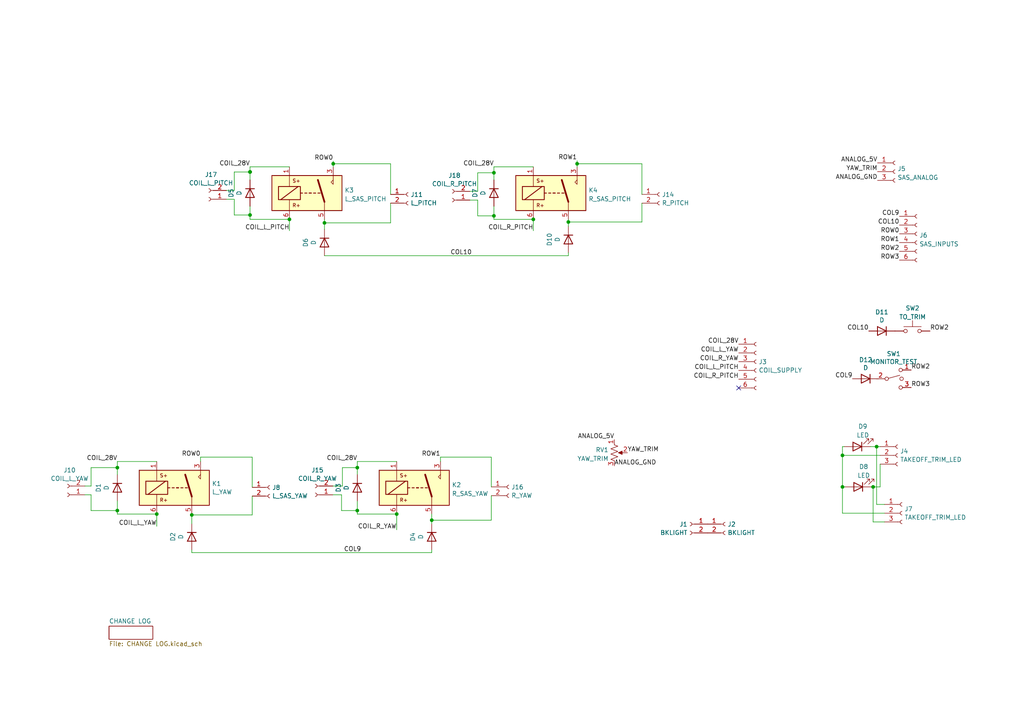
<source format=kicad_sch>
(kicad_sch (version 20230121) (generator eeschema)
  (paper "A4")
  (lib_symbols
    (symbol "Connector:Conn_01x02_Socket" (pin_names (offset 1.016) hide)
      (property "Reference" "J" (at 0 2.54 0))
      (property "Value" "Conn_01x02_Socket" (at 0 -5.08 0))
      (symbol "Conn_01x02_Socket_1_1"
        (arc (start 0 -2.032) (mid -0.5058 -2.54) (end 0 -3.048) (stroke (width 0.1524)))
        (polyline (pts (xy -1.27 -2.54) (xy -0.508 -2.54)) (stroke (width 0.1524)))
        (polyline (pts (xy -1.27 0) (xy -0.508 0)) (stroke (width 0.1524)))
        (arc (start 0 0.508) (mid -0.5058 0) (end 0 -0.508) (stroke (width 0.1524)))
        (pin passive line (at -5.08 0 0) (length 3.81) (name "Pin_1") (number "1"))
        (pin passive line (at -5.08 -2.54 0) (length 3.81) (name "Pin_2") (number "2"))
      )
    )
    (symbol "Connector:Conn_01x03_Female" (pin_names (offset 1.016) hide)
      (property "Reference" "J" (at 0 5.08 0))
      (property "Value" "Conn_01x03_Female" (at 0 -5.08 0))
      (symbol "Conn_01x03_Female_1_1"
        (arc (start 0 -2.032) (mid -0.5058 -2.54) (end 0 -3.048) (stroke (width 0.1524)))
        (polyline (pts (xy -1.27 -2.54) (xy -0.508 -2.54)) (stroke (width 0.1524)))
        (polyline (pts (xy -1.27 0) (xy -0.508 0)) (stroke (width 0.1524)))
        (polyline (pts (xy -1.27 2.54) (xy -0.508 2.54)) (stroke (width 0.1524)))
        (arc (start 0 0.508) (mid -0.5058 0) (end 0 -0.508) (stroke (width 0.1524)))
        (arc (start 0 3.048) (mid -0.5058 2.54) (end 0 2.032) (stroke (width 0.1524)))
        (pin passive line (at -5.08 2.54 0) (length 3.81) (name "Pin_1") (number "1"))
        (pin passive line (at -5.08 0 0) (length 3.81) (name "Pin_2") (number "2"))
        (pin passive line (at -5.08 -2.54 0) (length 3.81) (name "Pin_3") (number "3"))
      )
    )
    (symbol "Connector:Conn_01x06_Female" (pin_names (offset 1.016) hide)
      (property "Reference" "J" (at 0 7.62 0))
      (property "Value" "Conn_01x06_Female" (at 0 -10.16 0))
      (symbol "Conn_01x06_Female_1_1"
        (arc (start 0 -7.112) (mid -0.5058 -7.62) (end 0 -8.128) (stroke (width 0.1524)))
        (arc (start 0 -4.572) (mid -0.5058 -5.08) (end 0 -5.588) (stroke (width 0.1524)))
        (arc (start 0 -2.032) (mid -0.5058 -2.54) (end 0 -3.048) (stroke (width 0.1524)))
        (polyline (pts (xy -1.27 -7.62) (xy -0.508 -7.62)) (stroke (width 0.1524)))
        (polyline (pts (xy -1.27 -5.08) (xy -0.508 -5.08)) (stroke (width 0.1524)))
        (polyline (pts (xy -1.27 -2.54) (xy -0.508 -2.54)) (stroke (width 0.1524)))
        (polyline (pts (xy -1.27 0) (xy -0.508 0)) (stroke (width 0.1524)))
        (polyline (pts (xy -1.27 2.54) (xy -0.508 2.54)) (stroke (width 0.1524)))
        (polyline (pts (xy -1.27 5.08) (xy -0.508 5.08)) (stroke (width 0.1524)))
        (arc (start 0 0.508) (mid -0.5058 0) (end 0 -0.508) (stroke (width 0.1524)))
        (arc (start 0 3.048) (mid -0.5058 2.54) (end 0 2.032) (stroke (width 0.1524)))
        (arc (start 0 5.588) (mid -0.5058 5.08) (end 0 4.572) (stroke (width 0.1524)))
        (pin passive line (at -5.08 5.08 0) (length 3.81) (name "Pin_1") (number "1"))
        (pin passive line (at -5.08 2.54 0) (length 3.81) (name "Pin_2") (number "2"))
        (pin passive line (at -5.08 0 0) (length 3.81) (name "Pin_3") (number "3"))
        (pin passive line (at -5.08 -2.54 0) (length 3.81) (name "Pin_4") (number "4"))
        (pin passive line (at -5.08 -5.08 0) (length 3.81) (name "Pin_5") (number "5"))
        (pin passive line (at -5.08 -7.62 0) (length 3.81) (name "Pin_6") (number "6"))
      )
    )
    (symbol "Device:D" (pin_numbers hide) (pin_names (offset 1.016) hide)
      (property "Reference" "D" (at 0 2.54 0))
      (property "Value" "D" (at 0 -2.54 0))
      (symbol "D_0_1"
        (polyline (pts (xy -1.27 1.27) (xy -1.27 -1.27)) (stroke (width 0.254)))
        (polyline (pts (xy 1.27 0) (xy -1.27 0)))
        (polyline (pts (xy 1.27 1.27) (xy 1.27 -1.27) (xy -1.27 0) (xy 1.27 1.27)) (stroke (width 0.254)))
      )
      (symbol "D_1_1"
        (pin passive line (at -3.81 0 0) (length 2.54) (name "K") (number "1"))
        (pin passive line (at 3.81 0 180) (length 2.54) (name "A") (number "2"))
      )
    )
    (symbol "Device:LED" (pin_numbers hide) (pin_names (offset 1.016) hide)
      (property "Reference" "D" (at 0 2.54 0))
      (property "Value" "LED" (at 0 -2.54 0))
      (symbol "LED_0_1"
        (polyline (pts (xy -1.27 -1.27) (xy -1.27 1.27)) (stroke (width 0.254)))
        (polyline (pts (xy -1.27 0) (xy 1.27 0)))
        (polyline (pts (xy 1.27 -1.27) (xy 1.27 1.27) (xy -1.27 0) (xy 1.27 -1.27)) (stroke (width 0.254)))
        (polyline (pts (xy -3.048 -0.762) (xy -4.572 -2.286) (xy -3.81 -2.286) (xy -4.572 -2.286) (xy -4.572 -1.524)))
        (polyline (pts (xy -1.778 -0.762) (xy -3.302 -2.286) (xy -2.54 -2.286) (xy -3.302 -2.286) (xy -3.302 -1.524)))
      )
      (symbol "LED_1_1"
        (pin passive line (at -3.81 0 0) (length 2.54) (name "K") (number "1"))
        (pin passive line (at 3.81 0 180) (length 2.54) (name "A") (number "2"))
      )
    )
    (symbol "Device:R_Potentiometer_US" (pin_names (offset 1.016) hide)
      (property "Reference" "RV" (at -4.445 0 90))
      (property "Value" "R_Potentiometer_US" (at -2.54 0 90))
      (symbol "R_Potentiometer_US_0_1"
        (polyline (pts (xy 0 -2.286) (xy 0 -2.54)))
        (polyline (pts (xy 0 2.54) (xy 0 2.286)))
        (polyline (pts (xy 2.54 0) (xy 1.524 0)))
        (polyline (pts (xy 1.143 0) (xy 2.286 0.508) (xy 2.286 -0.508) (xy 1.143 0)) (fill (type outline)))
        (polyline (pts (xy 0 -0.762) (xy 1.016 -1.143) (xy 0 -1.524) (xy -1.016 -1.905) (xy 0 -2.286)))
        (polyline (pts (xy 0 0.762) (xy 1.016 0.381) (xy 0 0) (xy -1.016 -0.381) (xy 0 -0.762)))
        (polyline (pts (xy 0 2.286) (xy 1.016 1.905) (xy 0 1.524) (xy -1.016 1.143) (xy 0 0.762)))
      )
      (symbol "R_Potentiometer_US_1_1"
        (pin passive line (at 0 3.81 270) (length 1.27) (name "1") (number "1"))
        (pin passive line (at 3.81 0 180) (length 1.27) (name "2") (number "2"))
        (pin passive line (at 0 -3.81 90) (length 1.27) (name "3") (number "3"))
      )
    )
    (symbol "Relay:ADW11"
      (property "Reference" "K" (at 11.43 3.81 0))
      (property "Value" "ADW11" (at 13.97 1.27 0))
      (symbol "ADW11_1_1"
        (rectangle (start -10.16 5.08) (end 10.16 -5.08) (stroke (width 0.254)) (fill (type background)))
        (rectangle (start -8.255 1.905) (end -1.905 -1.905) (stroke (width 0.254)))
        (polyline (pts (xy -7.62 -1.905) (xy -2.54 1.905)) (stroke (width 0.254)))
        (polyline (pts (xy -5.08 -5.08) (xy -5.08 -1.905)))
        (polyline (pts (xy -5.08 5.08) (xy -5.08 1.905)))
        (polyline (pts (xy -1.905 0) (xy -1.27 0)) (stroke (width 0.254)))
        (polyline (pts (xy -0.635 0) (xy 0 0)) (stroke (width 0.254)))
        (polyline (pts (xy 0.635 0) (xy 1.27 0)) (stroke (width 0.254)))
        (polyline (pts (xy 0.635 0) (xy 1.27 0)) (stroke (width 0.254)))
        (polyline (pts (xy 1.905 0) (xy 2.54 0)) (stroke (width 0.254)))
        (polyline (pts (xy 3.175 0) (xy 3.81 0)) (stroke (width 0.254)))
        (polyline (pts (xy 5.08 -2.54) (xy 3.175 3.81)) (stroke (width 0.508)))
        (polyline (pts (xy 5.08 -2.54) (xy 5.08 -5.08)))
        (polyline (pts (xy 7.62 3.81) (xy 7.62 5.08)))
        (polyline (pts (xy 7.62 3.81) (xy 7.62 2.54) (xy 6.985 3.175) (xy 7.62 3.81)))
        (text "R+" (at -3.048 -3.556 0) (effects (font (size 1.016 1.016))))
        (text "S+" (at -3.048 3.556 0) (effects (font (size 1.016 1.016))))
        (pin passive line (at -5.08 7.62 270) (length 2.54) (name "~") (number "1"))
        (pin passive line (at 7.62 7.62 270) (length 2.54) (name "~") (number "3"))
        (pin passive line (at 5.08 -7.62 90) (length 2.54) (name "~") (number "5"))
        (pin passive line (at -5.08 -7.62 90) (length 2.54) (name "~") (number "6"))
      )
    )
    (symbol "Switch:SW_Push" (pin_numbers hide) (pin_names (offset 1.016) hide)
      (property "Reference" "SW" (at 1.27 2.54 0))
      (property "Value" "SW_Push" (at 0 -1.524 0))
      (symbol "SW_Push_0_1"
        (circle (center -2.032 0) (radius 0.508))
        (polyline (pts (xy 0 1.27) (xy 0 3.048)))
        (polyline (pts (xy 2.54 1.27) (xy -2.54 1.27)))
        (circle (center 2.032 0) (radius 0.508))
        (pin passive line (at -5.08 0 0) (length 2.54) (name "1") (number "1"))
        (pin passive line (at 5.08 0 180) (length 2.54) (name "2") (number "2"))
      )
    )
    (symbol "Switch:SW_SPDT_MSM" (pin_names (offset 0) hide)
      (property "Reference" "SW" (at 0 5.08 0))
      (property "Value" "SW_SPDT_MSM" (at 0 -5.08 0))
      (symbol "SW_SPDT_MSM_0_0"
        (circle (center -2.032 0) (radius 0.508))
        (polyline (pts (xy -1.524 0.127) (xy 1.778 1.016)))
        (circle (center 2.032 -2.54) (radius 0.508))
      )
      (symbol "SW_SPDT_MSM_0_1"
        (circle (center 2.032 2.54) (radius 0.508))
        (circle (center 2.286 0) (radius 0.508))
      )
      (symbol "SW_SPDT_MSM_1_1"
        (pin passive line (at 5.08 2.54 180) (length 2.54) (name "1") (number "1"))
        (pin passive line (at -5.08 0 0) (length 2.54) (name "2") (number "2"))
        (pin passive line (at 5.08 -2.54 180) (length 2.54) (name "3") (number "3"))
      )
    )
  )
  (junction (at 125.222 150.876))
  (junction (at 254.254 129.54))
  (junction (at 94.107 64.643))
  (junction (at 164.846 64.389))
  (junction (at 34.036 148.082))
  (junction (at 253.238 141.224))
  (junction (at 72.517 49.8602))
  (junction (at 244.348 132.08))
  (junction (at 103.632 135.636))
  (junction (at 143.256 62.611))
  (junction (at 103.632 148.082))
  (junction (at 244.348 141.224))
  (junction (at 55.626 149.352))
  (junction (at 96.647 47.498))
  (junction (at 83.947 63.627))
  (junction (at 115.062 149.098))
  (junction (at 34.036 135.636))
  (junction (at 72.517 62.357))
  (junction (at 45.466 149.098))
  (junction (at 72.517 49.8856))
  (junction (at 143.256 50.1142))
  (junction (at 167.386 47.498))
  (junction (at 154.686 63.627))
  (no_connect (at 214.249 112.522))
  (wire (pts (xy 253.238 141.224) (xy 253.238 151.384)))
  (wire (pts (xy 138.557 50.1142) (xy 138.557 55.499)))
  (wire (pts (xy 113.284 64.643) (xy 113.284 58.928)))
  (wire (pts (xy 67.945 62.357) (xy 72.517 62.357)))
  (wire (pts (xy 96.52 143.51) (xy 99.06 143.51)))
  (wire (pts (xy 34.036 135.636) (xy 26.416 135.636)))
  (wire (pts (xy 136.271 55.499) (xy 138.557 55.499)))
  (wire (pts (xy 99.06 148.082) (xy 103.632 148.082)))
  (wire (pts (xy 115.062 149.098) (xy 115.062 153.67)))
  (wire (pts (xy 65.659 57.785) (xy 67.945 57.785)))
  (wire (pts (xy 26.416 148.082) (xy 34.036 148.082)))
  (wire (pts (xy 83.947 63.627) (xy 83.947 66.929)))
  (wire (pts (xy 72.517 48.387) (xy 72.517 49.8602)))
  (wire (pts (xy 72.517 49.8856) (xy 72.517 52.197)))
  (wire (pts (xy 254.254 129.54) (xy 254.254 146.304)))
  (wire (pts (xy 143.256 48.387) (xy 143.256 50.1142)))
  (wire (pts (xy 127.762 132.588) (xy 142.494 132.588)))
  (wire (pts (xy 164.846 64.389) (xy 186.182 64.389)))
  (wire (pts (xy 96.647 46.736) (xy 96.647 47.498)))
  (wire (pts (xy 138.557 58.039) (xy 138.557 62.611)))
  (wire (pts (xy 115.062 133.858) (xy 103.632 133.858)))
  (wire (pts (xy 244.348 129.54) (xy 244.348 132.08)))
  (wire (pts (xy 55.626 149.352) (xy 55.626 149.098)))
  (wire (pts (xy 143.256 50.1142) (xy 138.557 50.1142)))
  (wire (pts (xy 127.762 132.588) (xy 127.762 133.858)))
  (wire (pts (xy 143.256 62.611) (xy 143.256 59.817)))
  (wire (pts (xy 125.222 150.876) (xy 125.222 151.892)))
  (wire (pts (xy 96.647 47.498) (xy 96.647 48.387)))
  (wire (pts (xy 67.945 57.785) (xy 67.945 62.357)))
  (wire (pts (xy 125.222 149.098) (xy 125.222 150.876)))
  (wire (pts (xy 55.626 151.892) (xy 55.626 149.352)))
  (wire (pts (xy 244.348 148.844) (xy 244.348 141.224)))
  (wire (pts (xy 164.846 73.279) (xy 164.846 74.168)))
  (wire (pts (xy 164.846 64.389) (xy 164.846 65.659)))
  (wire (pts (xy 94.107 63.627) (xy 94.107 64.643)))
  (wire (pts (xy 58.166 132.588) (xy 58.166 133.858)))
  (wire (pts (xy 252.476 129.54) (xy 254.254 129.54)))
  (wire (pts (xy 113.284 56.388) (xy 113.284 47.498)))
  (wire (pts (xy 73.152 143.891) (xy 73.152 149.352)))
  (wire (pts (xy 99.06 143.51) (xy 99.06 148.082)))
  (wire (pts (xy 143.256 63.627) (xy 143.256 62.611)))
  (wire (pts (xy 103.632 149.098) (xy 103.632 148.082)))
  (wire (pts (xy 255.27 134.62) (xy 255.27 141.224)))
  (wire (pts (xy 167.386 47.498) (xy 167.386 48.387)))
  (wire (pts (xy 99.314 135.636) (xy 103.632 135.636)))
  (wire (pts (xy 125.222 159.512) (xy 125.222 160.274)))
  (wire (pts (xy 94.107 64.643) (xy 113.284 64.643)))
  (wire (pts (xy 99.314 135.636) (xy 99.314 140.97)))
  (wire (pts (xy 186.182 47.498) (xy 167.386 47.498)))
  (wire (pts (xy 253.238 141.224) (xy 252.73 141.224)))
  (wire (pts (xy 72.5424 49.8602) (xy 72.517 49.8602)))
  (wire (pts (xy 142.494 143.764) (xy 142.494 150.876)))
  (wire (pts (xy 73.152 132.588) (xy 73.152 141.351)))
  (wire (pts (xy 26.416 140.97) (xy 24.638 140.97)))
  (wire (pts (xy 34.036 135.636) (xy 34.036 137.668)))
  (wire (pts (xy 244.348 141.224) (xy 245.11 141.224)))
  (wire (pts (xy 34.036 148.082) (xy 34.036 145.288)))
  (wire (pts (xy 103.632 148.082) (xy 103.632 145.288)))
  (wire (pts (xy 34.036 133.858) (xy 34.036 135.636)))
  (wire (pts (xy 186.182 64.389) (xy 186.182 58.928)))
  (wire (pts (xy 83.947 48.387) (xy 72.517 48.387)))
  (wire (pts (xy 26.416 135.636) (xy 26.416 140.97)))
  (wire (pts (xy 103.632 133.858) (xy 103.632 135.636)))
  (wire (pts (xy 34.036 149.098) (xy 34.036 148.082)))
  (wire (pts (xy 83.947 63.627) (xy 72.517 63.627)))
  (wire (pts (xy 24.638 143.51) (xy 26.416 143.51)))
  (wire (pts (xy 55.626 149.352) (xy 73.152 149.352)))
  (wire (pts (xy 244.348 129.54) (xy 244.856 129.54)))
  (wire (pts (xy 45.466 149.098) (xy 45.466 152.654)))
  (wire (pts (xy 96.52 140.97) (xy 99.314 140.97)))
  (wire (pts (xy 72.517 63.627) (xy 72.517 62.357)))
  (wire (pts (xy 244.348 132.08) (xy 255.27 132.08)))
  (wire (pts (xy 72.517 49.8856) (xy 72.517 49.8602)))
  (wire (pts (xy 254.254 146.304) (xy 256.54 146.304)))
  (wire (pts (xy 255.27 141.224) (xy 253.238 141.224)))
  (wire (pts (xy 254.254 129.54) (xy 255.27 129.54)))
  (wire (pts (xy 138.557 62.611) (xy 143.256 62.611)))
  (wire (pts (xy 164.846 63.627) (xy 164.846 64.389)))
  (wire (pts (xy 154.686 63.627) (xy 154.686 66.929)))
  (wire (pts (xy 94.107 74.168) (xy 164.846 74.168)))
  (wire (pts (xy 115.062 149.098) (xy 103.632 149.098)))
  (wire (pts (xy 26.416 143.51) (xy 26.416 148.082)))
  (wire (pts (xy 67.945 49.8856) (xy 67.945 55.245)))
  (wire (pts (xy 142.494 132.588) (xy 142.494 141.224)))
  (wire (pts (xy 72.517 62.357) (xy 72.517 59.817)))
  (wire (pts (xy 186.182 56.388) (xy 186.182 47.498)))
  (wire (pts (xy 58.166 132.588) (xy 73.152 132.588)))
  (wire (pts (xy 154.686 48.387) (xy 143.256 48.387)))
  (wire (pts (xy 244.348 132.08) (xy 244.348 141.224)))
  (wire (pts (xy 142.494 150.876) (xy 125.222 150.876)))
  (wire (pts (xy 253.238 151.384) (xy 256.54 151.384)))
  (wire (pts (xy 254.889 109.855) (xy 254.127 109.855)))
  (wire (pts (xy 45.466 133.858) (xy 34.036 133.858)))
  (wire (pts (xy 67.945 49.8856) (xy 72.517 49.8856)))
  (wire (pts (xy 65.659 55.245) (xy 67.945 55.245)))
  (wire (pts (xy 45.466 149.098) (xy 34.036 149.098)))
  (wire (pts (xy 55.626 160.274) (xy 125.222 160.274)))
  (wire (pts (xy 143.2814 50.1142) (xy 143.256 50.1142)))
  (wire (pts (xy 55.626 160.274) (xy 55.626 159.512)))
  (wire (pts (xy 154.686 63.627) (xy 143.256 63.627)))
  (wire (pts (xy 103.632 135.636) (xy 103.632 137.668)))
  (wire (pts (xy 256.54 148.844) (xy 244.348 148.844)))
  (wire (pts (xy 143.256 50.1142) (xy 143.256 52.197)))
  (wire (pts (xy 167.386 46.609) (xy 167.386 47.498)))
  (wire (pts (xy 113.284 47.498) (xy 96.647 47.498)))
  (wire (pts (xy 136.271 58.039) (xy 138.557 58.039)))
  (wire (pts (xy 94.107 64.643) (xy 94.107 66.548)))
  (label "COIL_R_YAW" (at 214.249 104.902 180))
  (label "ROW3" (at 260.858 75.438 180))
  (label "COIL_L_PITCH" (at 83.947 66.929 180))
  (label "COIL_28V" (at 103.632 133.858 180))
  (label "ROW2" (at 269.748 96.012 0))
  (label "COIL_L_YAW" (at 214.249 102.362 180))
  (label "ROW0" (at 96.647 46.736 180))
  (label "COL10" (at 251.968 96.012 180))
  (label "COL10" (at 136.8806 74.168 180))
  (label "ANALOG_5V" (at 254.508 47.244 180))
  (label "YAW_TRIM" (at 254.508 49.784 180))
  (label "ROW1" (at 127.762 132.588 180))
  (label "ROW0" (at 260.858 67.818 180))
  (label "COIL_28V" (at 34.036 133.858 180))
  (label "ROW0" (at 58.166 132.588 180))
  (label "ROW1" (at 167.386 46.609 180))
  (label "ANALOG_GND" (at 178.181 135.128 0))
  (label "COIL_R_PITCH" (at 214.249 109.982 180))
  (label "ROW2" (at 260.858 72.898 180))
  (label "ROW1" (at 260.858 70.358 180))
  (label "ROW2" (at 264.287 107.315 0))
  (label "COIL_28V" (at 143.256 48.387 180))
  (label "ROW3" (at 264.287 112.395 0))
  (label "COIL_28V" (at 72.517 48.387 180))
  (label "COL9" (at 247.269 109.855 180))
  (label "COIL_28V" (at 214.249 99.822 180))
  (label "YAW_TRIM" (at 181.991 131.318 0))
  (label "COL9" (at 104.775 160.274 180))
  (label "ANALOG_5V" (at 178.181 127.508 180))
  (label "ANALOG_GND" (at 254.508 52.324 180))
  (label "COIL_L_YAW" (at 45.466 152.654 180))
  (label "COIL_L_PITCH" (at 214.249 107.442 180))
  (label "COL9" (at 260.858 62.738 180))
  (label "COL10" (at 260.858 65.278 180))
  (label "COIL_R_YAW" (at 115.062 153.67 180))
  (label "COIL_R_PITCH" (at 154.686 66.929 180))
  (symbol (lib_id "Relay:ADW11") (at 89.027 56.007 0) (unit 1) (on_board no)
    (property "Reference" "K3" (at 99.949 55.1723 0) (effects (justify left)))
    (property "Value" "L_SAS_PITCH" (at 99.949 57.7092 0) (effects (justify left)))
    (property "Footprint" "Relay_THT:Relay_1P1T_NO_10x24x18.8mm_Panasonic_ADW11xxxxW_THT" (effects hide))
    (property "Datasheet" "https://www.panasonic-electric-works.com/pew/es/downloads/ds_dw_hl_en.pdf" (effects hide))
  )
  (symbol (lib_id "Device:R_Potentiometer_US") (at 178.181 131.318 0) (unit 1)
    (property "Reference" "RV1" (at 176.53 130.4833 0) (effects (justify right)))
    (property "Value" "YAW_TRIM" (at 176.53 133.0202 0) (effects (justify right)))
    (property "Footprint" "Connector_Molex:Molex_KK-254_AE-6410-03A_1x03_P2.54mm_Vertical" (effects hide))
  )
  (symbol (lib_id "Connector:Conn_01x02_Socket") (at 60.579 57.785 180) (unit 1)
    (property "Reference" "J17" (at 61.214 50.6435 0))
    (property "Value" "COIL_L_PITCH" (at 61.214 53.0677 0))
    (property "Footprint" "Connector_Molex:Molex_KK-254_AE-6410-02A_1x02_P2.54mm_Vertical" (effects hide))
  )
  (symbol (lib_id "Connector:Conn_01x06_Female") (at 265.938 67.818 0) (unit 1)
    (property "Reference" "J6" (at 266.6492 68.2533 0) (effects (justify left)))
    (property "Value" "SAS_INPUTS" (at 266.6492 70.7902 0) (effects (justify left)))
    (property "Footprint" "Connector_Molex:Molex_KK-254_AE-6410-06A_1x06_P2.54mm_Vertical" (effects hide))
  )
  (symbol (lib_id "Connector:Conn_01x02_Socket") (at 147.574 141.224 0) (unit 1)
    (property "Reference" "J16" (at 148.2852 141.2819 0) (effects (justify left)))
    (property "Value" "R_YAW" (at 148.2852 143.7061 0) (effects (justify left)))
    (property "Footprint" "Connector_Molex:Molex_KK-254_AE-6410-02A_1x02_P2.54mm_Vertical" (effects hide))
  )
  (symbol (lib_id "Device:D") (at 34.036 141.478 90) (mirror x) (unit 1) (on_board no)
    (property "Reference" "D1" (at 28.5496 141.478 0))
    (property "Value" "D" (at 30.861 141.478 0))
    (property "Footprint" "Diode_THT:D_A-405_P2.54mm_Vertical_AnodeUp" (effects hide))
  )
  (symbol (lib_id "Device:D") (at 164.846 69.469 90) (mirror x) (unit 1)
    (property "Reference" "D10" (at 159.3596 69.469 0))
    (property "Value" "D" (at 161.671 69.469 0))
    (property "Footprint" "Diode_THT:D_A-405_P2.54mm_Vertical_AnodeUp" (effects hide))
  )
  (symbol (lib_id "Device:D") (at 103.632 141.478 90) (mirror x) (unit 1) (on_board no)
    (property "Reference" "D3" (at 98.1456 141.478 0))
    (property "Value" "D" (at 100.457 141.478 0))
    (property "Footprint" "Diode_THT:D_A-405_P2.54mm_Vertical_AnodeUp" (effects hide))
  )
  (symbol (lib_id "Device:D") (at 72.517 56.007 90) (mirror x) (unit 1) (on_board no)
    (property "Reference" "D5" (at 67.0306 56.007 0))
    (property "Value" "D" (at 69.342 56.007 0))
    (property "Footprint" "Diode_THT:D_A-405_P2.54mm_Vertical_AnodeUp" (effects hide))
  )
  (symbol (lib_id "Connector:Conn_01x02_Socket") (at 19.558 143.51 180) (unit 1)
    (property "Reference" "J10" (at 20.193 136.3685 0))
    (property "Value" "COIL_L_YAW" (at 20.193 138.7927 0))
    (property "Footprint" "Connector_Molex:Molex_KK-254_AE-6410-02A_1x02_P2.54mm_Vertical" (effects hide))
  )
  (symbol (lib_id "Connector:Conn_01x02_Socket") (at 131.191 58.039 180) (unit 1)
    (property "Reference" "J18" (at 131.826 50.8975 0))
    (property "Value" "COIL_R_PITCH" (at 131.826 53.3217 0))
    (property "Footprint" "Connector_Molex:Molex_KK-254_AE-6410-02A_1x02_P2.54mm_Vertical" (effects hide))
  )
  (symbol (lib_id "Connector:Conn_01x02_Socket") (at 191.262 56.388 0) (unit 1)
    (property "Reference" "J14" (at 191.9732 56.4459 0) (effects (justify left)))
    (property "Value" "R_PITCH" (at 191.9732 58.8701 0) (effects (justify left)))
    (property "Footprint" "Connector_Molex:Molex_KK-254_AE-6410-02A_1x02_P2.54mm_Vertical" (effects hide))
  )
  (symbol (lib_id "Relay:ADW11") (at 50.546 141.478 0) (unit 1) (on_board no)
    (property "Reference" "K1" (at 61.468 140.2659 0) (effects (justify left)))
    (property "Value" "L_YAW" (at 61.468 142.6901 0) (effects (justify left)))
    (property "Footprint" "Relay_THT:Relay_1P1T_NO_10x24x18.8mm_Panasonic_ADW11xxxxW_THT" (effects hide))
    (property "Datasheet" "https://www.panasonic-electric-works.com/pew/es/downloads/ds_dw_hl_en.pdf" (effects hide))
  )
  (symbol (lib_id "Device:D") (at 55.626 155.702 90) (mirror x) (unit 1)
    (property "Reference" "D2" (at 50.1396 155.702 0))
    (property "Value" "D" (at 52.451 155.702 0))
    (property "Footprint" "Diode_THT:D_A-405_P2.54mm_Vertical_AnodeUp" (effects hide))
  )
  (symbol (lib_id "Device:LED") (at 248.666 129.54 180) (unit 1) (on_board no)
    (property "Reference" "D9" (at 250.2535 123.6812 0))
    (property "Value" "LED" (at 250.2535 126.2181 0))
    (property "Footprint" "Connector_Molex:Molex_KK-254_AE-6410-02A_1x02_P2.54mm_Vertical" (effects hide))
  )
  (symbol (lib_id "Switch:SW_Push") (at 264.668 96.012 0) (unit 1)
    (property "Reference" "SW2" (at 264.668 89.3912 0))
    (property "Value" "TO_TRIM" (at 264.668 91.9281 0))
    (property "Footprint" "Connector_Molex:Molex_KK-254_AE-6410-02A_1x02_P2.54mm_Vertical" (effects hide))
  )
  (symbol (lib_id "Relay:ADW11") (at 120.142 141.478 0) (unit 1) (on_board no)
    (property "Reference" "K2" (at 131.064 140.6433 0) (effects (justify left)))
    (property "Value" "R_SAS_YAW" (at 131.064 143.1802 0) (effects (justify left)))
    (property "Footprint" "Relay_THT:Relay_1P1T_NO_10x24x18.8mm_Panasonic_ADW11xxxxW_THT" (effects hide))
    (property "Datasheet" "https://www.panasonic-electric-works.com/pew/es/downloads/ds_dw_hl_en.pdf" (effects hide))
  )
  (symbol (lib_id "Connector:Conn_01x03_Female") (at 260.35 132.08 0) (unit 1)
    (property "Reference" "J4" (at 261.0612 130.8679 0) (effects (justify left)))
    (property "Value" "TAKEOFF_TRIM_LED" (at 261.0612 133.2921 0) (effects (justify left)))
    (property "Footprint" "Connector_Molex:Molex_KK-254_AE-6410-03A_1x03_P2.54mm_Vertical" (effects hide))
  )
  (symbol (lib_id "Connector:Conn_01x03_Female") (at 261.62 148.844 0) (unit 1)
    (property "Reference" "J7" (at 262.3312 147.6319 0) (effects (justify left)))
    (property "Value" "TAKEOFF_TRIM_LED" (at 262.3312 150.0561 0) (effects (justify left)))
    (property "Footprint" "Connector_Molex:Molex_KK-254_AE-6410-03A_1x03_P2.54mm_Vertical" (effects hide))
  )
  (symbol (lib_id "Device:LED") (at 248.92 141.224 180) (unit 1) (on_board no)
    (property "Reference" "D8" (at 250.5075 135.3652 0))
    (property "Value" "LED" (at 250.5075 137.9021 0))
    (property "Footprint" "Connector_Molex:Molex_KK-254_AE-6410-02A_1x02_P2.54mm_Vertical" (effects hide))
  )
  (symbol (lib_id "Device:D") (at 251.079 109.855 0) (mirror y) (unit 1)
    (property "Reference" "D12" (at 251.079 104.3686 0))
    (property "Value" "D" (at 251.079 106.68 0))
    (property "Footprint" "Diode_THT:D_A-405_P2.54mm_Vertical_AnodeUp" (effects hide))
  )
  (symbol (lib_id "Connector:Conn_01x06_Female") (at 219.329 104.902 0) (unit 1)
    (property "Reference" "J3" (at 220.0402 104.9599 0) (effects (justify left)))
    (property "Value" "COIL_SUPPLY" (at 220.0402 107.3841 0) (effects (justify left)))
    (property "Footprint" "Connector_Molex:Molex_KK-254_AE-6410-06A_1x06_P2.54mm_Vertical" (effects hide))
  )
  (symbol (lib_id "Connector:Conn_01x02_Socket") (at 200.152 152.019 0) (mirror y) (unit 1)
    (property "Reference" "J1" (at 199.4408 152.0769 0) (effects (justify left)))
    (property "Value" "BKLIGHT" (at 199.4408 154.5011 0) (effects (justify left)))
    (property "Footprint" "Connector_Molex:Molex_KK-254_AE-6410-02A_1x02_P2.54mm_Vertical" (effects hide))
  )
  (symbol (lib_id "Connector:Conn_01x02_Socket") (at 78.232 141.351 0) (unit 1)
    (property "Reference" "J8" (at 78.9432 141.4089 0) (effects (justify left)))
    (property "Value" "L_SAS_YAW" (at 78.9432 143.8331 0) (effects (justify left)))
    (property "Footprint" "Connector_Molex:Molex_KK-254_AE-6410-02A_1x02_P2.54mm_Vertical" (effects hide))
  )
  (symbol (lib_id "Device:D") (at 94.107 70.358 90) (mirror x) (unit 1)
    (property "Reference" "D6" (at 88.6206 70.358 0))
    (property "Value" "D" (at 90.932 70.358 0))
    (property "Footprint" "Diode_THT:D_A-405_P2.54mm_Vertical_AnodeUp" (effects hide))
  )
  (symbol (lib_id "Relay:ADW11") (at 159.766 56.007 0) (unit 1) (on_board no)
    (property "Reference" "K4" (at 170.688 55.1723 0) (effects (justify left)))
    (property "Value" "R_SAS_PITCH" (at 170.688 57.7092 0) (effects (justify left)))
    (property "Footprint" "Relay_THT:Relay_1P1T_NO_10x24x18.8mm_Panasonic_ADW11xxxxW_THT" (effects hide))
    (property "Datasheet" "https://www.panasonic-electric-works.com/pew/es/downloads/ds_dw_hl_en.pdf" (effects hide))
  )
  (symbol (lib_id "Device:D") (at 255.778 96.012 0) (mirror y) (unit 1)
    (property "Reference" "D11" (at 255.778 90.5256 0))
    (property "Value" "D" (at 255.778 92.837 0))
    (property "Footprint" "Diode_THT:D_A-405_P2.54mm_Vertical_AnodeUp" (effects hide))
  )
  (symbol (lib_id "Connector:Conn_01x03_Female") (at 259.588 49.784 0) (unit 1)
    (property "Reference" "J5" (at 260.2992 48.9493 0) (effects (justify left)))
    (property "Value" "SAS_ANALOG" (at 260.2992 51.4862 0) (effects (justify left)))
    (property "Footprint" "Connector_Molex:Molex_KK-254_AE-6410-03A_1x03_P2.54mm_Vertical" (effects hide))
  )
  (symbol (lib_id "Connector:Conn_01x02_Socket") (at 118.364 56.388 0) (unit 1)
    (property "Reference" "J11" (at 119.0752 56.4459 0) (effects (justify left)))
    (property "Value" "L_PITCH" (at 119.0752 58.8701 0) (effects (justify left)))
    (property "Footprint" "Connector_Molex:Molex_KK-254_AE-6410-02A_1x02_P2.54mm_Vertical" (effects hide))
  )
  (symbol (lib_id "Device:D") (at 125.222 155.702 90) (mirror x) (unit 1)
    (property "Reference" "D4" (at 119.7356 155.702 0))
    (property "Value" "D" (at 122.047 155.702 0))
    (property "Footprint" "Diode_THT:D_A-405_P2.54mm_Vertical_AnodeUp" (effects hide))
  )
  (symbol (lib_id "Device:D") (at 143.256 56.007 90) (mirror x) (unit 1) (on_board no)
    (property "Reference" "D7" (at 137.7696 56.007 0))
    (property "Value" "D" (at 140.081 56.007 0))
    (property "Footprint" "Diode_THT:D_A-405_P2.54mm_Vertical_AnodeUp" (effects hide))
  )
  (symbol (lib_id "Connector:Conn_01x02_Socket") (at 91.44 143.51 180) (unit 1)
    (property "Reference" "J15" (at 92.075 136.3685 0))
    (property "Value" "COIL_R_YAW" (at 92.075 138.7927 0))
    (property "Footprint" "Connector_Molex:Molex_KK-254_AE-6410-02A_1x02_P2.54mm_Vertical" (effects hide))
  )
  (symbol (lib_id "Switch:SW_SPDT_MSM") (at 259.207 109.855 0) (unit 1)
    (property "Reference" "SW1" (at 259.207 102.616 0))
    (property "Value" "MONITOR_TEST" (at 259.207 104.9274 0))
    (property "Footprint" "Connector_Molex:Molex_KK-254_AE-6410-03A_1x03_P2.54mm_Vertical" (effects hide))
  )
  (symbol (lib_id "Connector:Conn_01x02_Socket") (at 210.312 152.019 0) (unit 1)
    (property "Reference" "J2" (at 211.0232 152.0769 0) (effects (justify left)))
    (property "Value" "BKLIGHT" (at 211.0232 154.5011 0) (effects (justify left)))
    (property "Footprint" "Connector_Molex:Molex_KK-254_AE-6410-02A_1x02_P2.54mm_Vertical" (effects hide))
  )
  (sheet (at 31.623 181.61) (size 12.7 3.81) (stroke (width 0.1524))
    (property "Sheetname" "CHANGE LOG" (at 31.623 180.8984 0) (effects (justify left bottom)))
    (property "Sheetfile" "CHANGE LOG.kicad_sch" (at 31.623 186.0046 0) (effects (justify left top)))
  )
)
</source>
